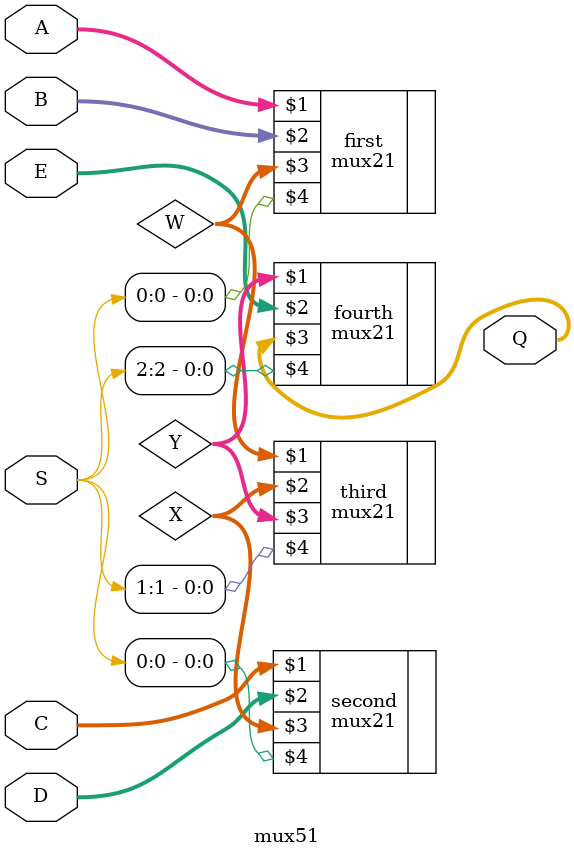
<source format=sv>
module mux51(A, B, C, D, E, Q, S);

   input logic[26:0] A, B, C, D, E;
   input logic [2:0] S;
   output logic [26:0] Q;

   logic [26:0]        W, X, Y;

   mux21 first(A, B, W, S[0]);
   mux21 second(C, D, X, S[0]);
   mux21 third(W, X, Y, S[1]);
   mux21 fourth(Y, E, Q, S[2]);

endmodule // mux51

</source>
